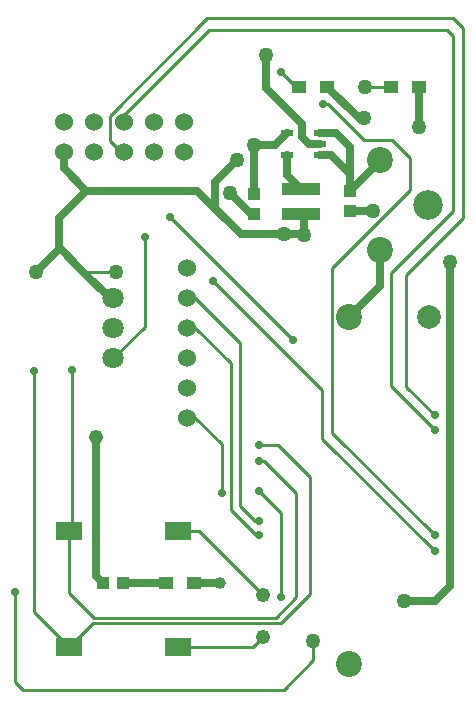
<source format=gtl>
%FSLAX44Y44*%
%MOMM*%
G71*
G01*
G75*
G04 Layer_Physical_Order=1*
G04 Layer_Color=255*
%ADD10R,2.1800X1.6000*%
%ADD11R,1.0000X1.1000*%
%ADD12R,1.2500X1.1000*%
%ADD13R,3.2000X1.1200*%
%ADD14R,1.1000X1.0000*%
%ADD15R,1.1000X0.6000*%
%ADD16C,0.7000*%
%ADD17C,0.2540*%
%ADD18C,1.5240*%
%ADD19C,2.5000*%
%ADD20C,2.2000*%
%ADD21C,1.8000*%
%ADD22C,2.0000*%
%ADD23C,0.7000*%
%ADD24C,1.2700*%
%ADD25C,1.2100*%
%ADD26C,1.0000*%
D10*
X62738Y45720D02*
D03*
X154738D02*
D03*
X62738Y144272D02*
D03*
X154738D02*
D03*
D11*
X300482Y431664D02*
D03*
Y414664D02*
D03*
X219456Y429378D02*
D03*
Y412378D02*
D03*
D12*
X358968Y520192D02*
D03*
X335468D02*
D03*
X281244D02*
D03*
X257744D02*
D03*
X168468Y99822D02*
D03*
X144968D02*
D03*
D13*
X259334Y412510D02*
D03*
Y433310D02*
D03*
D14*
X91576Y100076D02*
D03*
X108576D02*
D03*
D15*
X247336Y481026D02*
D03*
Y462026D02*
D03*
X275336Y481026D02*
D03*
Y471526D02*
D03*
Y462026D02*
D03*
D16*
X229362Y519176D02*
X260096Y488442D01*
X229362Y519176D02*
Y547116D01*
X260096Y477266D02*
Y488442D01*
Y477266D02*
X265836Y471526D01*
X275336D01*
X300482Y446278D02*
Y468884D01*
Y431664D02*
Y446278D01*
X275336Y462026D02*
X284734D01*
X300482Y446278D01*
X288340Y481026D02*
X300482Y468884D01*
X372618Y84328D02*
X385572Y97282D01*
Y372110D01*
X346456Y84328D02*
X372618D01*
X77128Y432142D02*
X171043D01*
X58166Y451104D02*
X77128Y432142D01*
X53926Y408940D02*
X77128Y432142D01*
X53926Y384082D02*
Y408940D01*
X34290Y363220D02*
X53926Y382856D01*
Y384082D02*
X74534Y363474D01*
X97038Y340970D01*
X207961Y395224D02*
X244602D01*
X171043Y432142D02*
X207961Y395224D01*
X244602D02*
X261366D01*
X261874Y394716D02*
Y409970D01*
X259334Y412510D02*
X261874Y409970D01*
X247336Y445308D02*
Y462026D01*
Y445308D02*
X259066Y433578D01*
X259334Y433310D01*
X275336Y481026D02*
X288340D01*
X300482Y431664D02*
X325628Y456810D01*
X186182Y417003D02*
Y439420D01*
X204978Y458216D01*
X58166Y451104D02*
Y464566D01*
X199136Y429768D02*
X216526Y412378D01*
X219456D01*
X358968Y486344D02*
Y520192D01*
X281244D02*
X307914Y493522D01*
X312674D01*
X85852Y105800D02*
Y223520D01*
Y105800D02*
X91576Y100076D01*
X108576D02*
X144714D01*
X168468Y99822D02*
X190210D01*
X325628Y351444D02*
Y381508D01*
X237226Y470916D02*
X247336Y481026D01*
X218948Y470916D02*
X237226D01*
X218948D02*
X219456Y470408D01*
Y429378D02*
Y470408D01*
X300482Y414664D02*
X320176D01*
X299734Y325550D02*
X325628Y351444D01*
D17*
X242316Y532638D02*
X254762Y520192D01*
X162818Y341632D02*
X169422D01*
X162818Y316232D02*
X169422D01*
X162818Y240032D02*
X169422D01*
X181102Y568452D02*
X382524D01*
X108966Y496316D02*
X181102Y568452D01*
X382524D02*
X387858Y563118D01*
X97028Y495554D02*
X179578Y578104D01*
X387604D01*
X395986Y408686D02*
Y569722D01*
X387604Y578104D02*
X395986Y569722D01*
X127000Y317084D02*
Y392938D01*
X100086Y290170D02*
X127000Y317084D01*
X64262Y280416D02*
X65278D01*
X32766Y75692D02*
X62738Y45720D01*
X32766Y75692D02*
Y279654D01*
X17272Y16256D02*
Y92710D01*
X266446Y90424D02*
Y189738D01*
X255016Y87884D02*
Y176276D01*
X147828Y409956D02*
X147828Y409956D01*
X252476Y305308D01*
X169422Y341632D02*
X207518Y303536D01*
Y165354D02*
Y303536D01*
X169422Y316232D02*
X199390Y286264D01*
X169422Y240032D02*
X192024Y217430D01*
X74534Y363474D02*
X102362D01*
X313182Y519684D02*
X334960D01*
X108966Y489966D02*
Y496316D01*
X97028Y474472D02*
Y495554D01*
Y474472D02*
X106934Y464566D01*
X108966D01*
X199390Y161798D02*
Y286264D01*
X192024Y176530D02*
Y217430D01*
X65278Y146812D02*
Y280416D01*
X220726Y140462D02*
X223726D01*
X199390Y161798D02*
X220726Y140462D01*
X220472Y152400D02*
X223472D01*
X207518Y165354D02*
X220472Y152400D01*
X223472Y178054D02*
X242062Y159464D01*
Y88392D02*
Y159464D01*
X17272Y16256D02*
X23876Y9652D01*
X244348D01*
X269494Y34798D01*
Y50800D01*
X237490Y70358D02*
X255016Y87884D01*
X84074Y70358D02*
X237490D01*
X62738Y91694D02*
X84074Y70358D01*
X62738Y91694D02*
Y144272D01*
Y45720D02*
X82836Y65818D01*
X241840D01*
X266446Y90424D01*
X154738Y144272D02*
X172466D01*
X227076Y89662D01*
X154738Y45720D02*
X218694D01*
X227076Y54102D01*
X223472Y216408D02*
X239776D01*
X266446Y189738D01*
X223472Y203200D02*
X228092D01*
X255016Y176276D01*
X277368Y505460D02*
X281686D01*
X312166Y474980D02*
X336296D01*
X351536Y459740D01*
X281686Y505460D02*
X312166Y474980D01*
X387858Y415036D02*
Y563118D01*
X277114Y221996D02*
X372110Y127000D01*
X277114Y221996D02*
Y263398D01*
X184912Y355600D02*
X277114Y263398D01*
X351536Y432419D02*
Y459740D01*
X285464Y226854D02*
X372110Y140208D01*
X285464Y366347D02*
X351536Y432419D01*
X285464Y226854D02*
Y366347D01*
X335026Y266446D02*
X372110Y229362D01*
X335026Y266446D02*
Y362204D01*
X387858Y415036D01*
X348234Y265684D02*
X372110Y241808D01*
X348234Y265684D02*
Y360934D01*
X395986Y408686D01*
D18*
X162818Y240032D02*
D03*
Y265432D02*
D03*
Y290832D02*
D03*
Y316232D02*
D03*
Y341632D02*
D03*
Y367032D02*
D03*
X159766Y489966D02*
D03*
Y464566D02*
D03*
X134366Y489966D02*
D03*
Y464566D02*
D03*
X108966Y489966D02*
D03*
Y464566D02*
D03*
X83566Y489966D02*
D03*
Y464566D02*
D03*
X58166Y489966D02*
D03*
Y464566D02*
D03*
D19*
X366628Y419608D02*
D03*
D20*
X325628Y381508D02*
D03*
Y457708D02*
D03*
X299734Y31750D02*
D03*
Y325550D02*
D03*
D21*
X100086Y315570D02*
D03*
Y340970D02*
D03*
Y290170D02*
D03*
D22*
X367034Y325550D02*
D03*
D23*
X242316Y532638D02*
D03*
X372110Y241808D02*
D03*
Y127000D02*
D03*
Y229362D02*
D03*
X127000Y392938D02*
D03*
X184912Y355600D02*
D03*
X65278Y280416D02*
D03*
X223472Y216408D02*
D03*
X147828Y409956D02*
D03*
X252476Y305308D02*
D03*
X223472Y178054D02*
D03*
Y203200D02*
D03*
X223726Y140462D02*
D03*
X223472Y152400D02*
D03*
X32766Y279654D02*
D03*
X17272Y92710D02*
D03*
X192024Y176530D02*
D03*
X242062Y88392D02*
D03*
X277368Y505460D02*
D03*
X372110Y140208D02*
D03*
D24*
X229362Y547116D02*
D03*
X385572Y372110D02*
D03*
X244602Y395224D02*
D03*
X102362Y363474D02*
D03*
X34290Y363220D02*
D03*
X346456Y84328D02*
D03*
X204978Y458216D02*
D03*
X313182Y519684D02*
D03*
X261874Y394716D02*
D03*
X199136Y429768D02*
D03*
X358968Y486344D02*
D03*
X312674Y493522D02*
D03*
X269494Y50800D02*
D03*
X218948Y470916D02*
D03*
X320176Y414664D02*
D03*
D25*
X227076Y54102D02*
D03*
Y89662D02*
D03*
X85852Y223520D02*
D03*
D26*
X190246Y99858D02*
D03*
M02*

</source>
